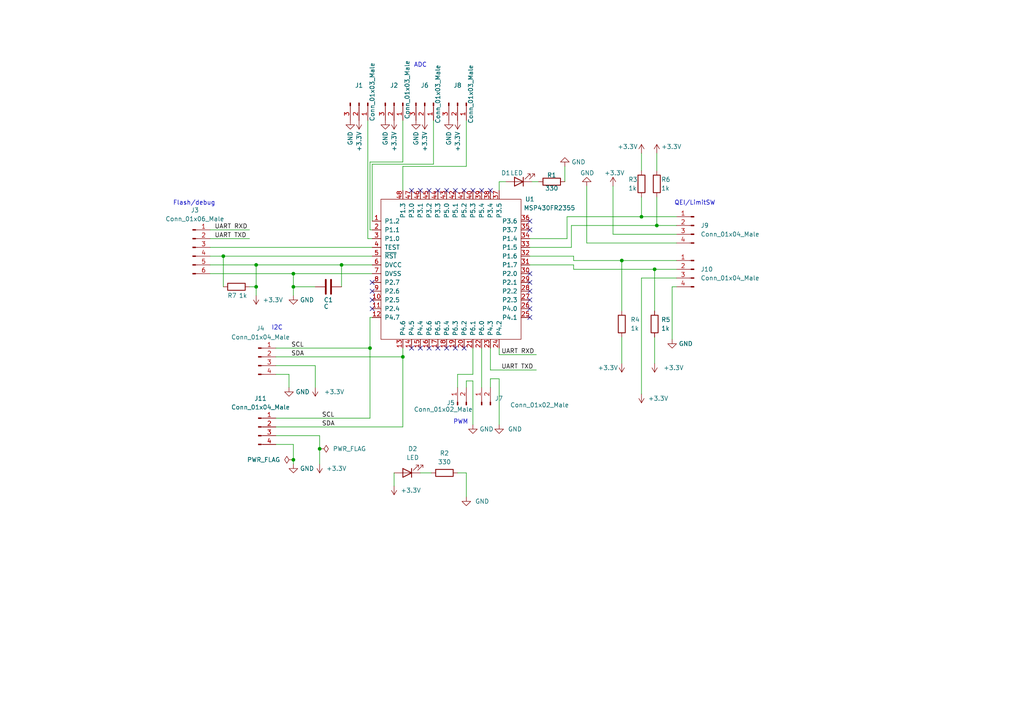
<source format=kicad_sch>
(kicad_sch (version 20211123) (generator eeschema)
  (paper "A4")
  (title_block (title "Remex") (date "2023-01-23") (rev "v4.0.0") (company "Montana Tech Robotics Club") (comment 1 "Author: Justin Bak"))
  (lib_symbols
    (symbol "Connector:Conn_01x02_Male" (pin_names (offset 1.016) hide)
      (property "Reference" "J" (at 0 2.54 0))
      (property "Value" "Conn_01x02_Male" (at 0 -5.08 0))
      (symbol "Conn_01x02_Male_1_1"
        (polyline (pts (xy 1.27 -2.54) (xy 0.8636 -2.54)) (stroke (width 0.1524)))
        (polyline (pts (xy 1.27 0) (xy 0.8636 0)) (stroke (width 0.1524)))
        (rectangle (start 0.8636 -2.413) (end 0 -2.667) (stroke (width 0.1524)) (fill (type outline)))
        (rectangle (start 0.8636 0.127) (end 0 -0.127) (stroke (width 0.1524)) (fill (type outline)))
        (pin passive line (at 5.08 0 180) (length 3.81) (name "Pin_1") (number "1"))
        (pin passive line (at 5.08 -2.54 180) (length 3.81) (name "Pin_2") (number "2"))
      )
    )
    (symbol "Connector:Conn_01x03_Male" (pin_names (offset 1.016) hide)
      (property "Reference" "J" (at 0 5.08 0))
      (property "Value" "Conn_01x03_Male" (at 0 -5.08 0))
      (symbol "Conn_01x03_Male_1_1"
        (polyline (pts (xy 1.27 -2.54) (xy 0.8636 -2.54)) (stroke (width 0.1524)))
        (polyline (pts (xy 1.27 0) (xy 0.8636 0)) (stroke (width 0.1524)))
        (polyline (pts (xy 1.27 2.54) (xy 0.8636 2.54)) (stroke (width 0.1524)))
        (rectangle (start 0.8636 -2.413) (end 0 -2.667) (stroke (width 0.1524)) (fill (type outline)))
        (rectangle (start 0.8636 0.127) (end 0 -0.127) (stroke (width 0.1524)) (fill (type outline)))
        (rectangle (start 0.8636 2.667) (end 0 2.413) (stroke (width 0.1524)) (fill (type outline)))
        (pin passive line (at 5.08 2.54 180) (length 3.81) (name "Pin_1") (number "1"))
        (pin passive line (at 5.08 0 180) (length 3.81) (name "Pin_2") (number "2"))
        (pin passive line (at 5.08 -2.54 180) (length 3.81) (name "Pin_3") (number "3"))
      )
    )
    (symbol "Connector:Conn_01x04_Male" (pin_names (offset 1.016) hide)
      (property "Reference" "J" (at 0 5.08 0))
      (property "Value" "Conn_01x04_Male" (at 0 -7.62 0))
      (symbol "Conn_01x04_Male_1_1"
        (polyline (pts (xy 1.27 -5.08) (xy 0.8636 -5.08)) (stroke (width 0.1524)))
        (polyline (pts (xy 1.27 -2.54) (xy 0.8636 -2.54)) (stroke (width 0.1524)))
        (polyline (pts (xy 1.27 0) (xy 0.8636 0)) (stroke (width 0.1524)))
        (polyline (pts (xy 1.27 2.54) (xy 0.8636 2.54)) (stroke (width 0.1524)))
        (rectangle (start 0.8636 -4.953) (end 0 -5.207) (stroke (width 0.1524)) (fill (type outline)))
        (rectangle (start 0.8636 -2.413) (end 0 -2.667) (stroke (width 0.1524)) (fill (type outline)))
        (rectangle (start 0.8636 0.127) (end 0 -0.127) (stroke (width 0.1524)) (fill (type outline)))
        (rectangle (start 0.8636 2.667) (end 0 2.413) (stroke (width 0.1524)) (fill (type outline)))
        (pin passive line (at 5.08 2.54 180) (length 3.81) (name "Pin_1") (number "1"))
        (pin passive line (at 5.08 0 180) (length 3.81) (name "Pin_2") (number "2"))
        (pin passive line (at 5.08 -2.54 180) (length 3.81) (name "Pin_3") (number "3"))
        (pin passive line (at 5.08 -5.08 180) (length 3.81) (name "Pin_4") (number "4"))
      )
    )
    (symbol "Connector:Conn_01x06_Male" (pin_names (offset 1.016) hide)
      (property "Reference" "J" (at 0 7.62 0))
      (property "Value" "Conn_01x06_Male" (at 0 -10.16 0))
      (symbol "Conn_01x06_Male_1_1"
        (polyline (pts (xy 1.27 -7.62) (xy 0.8636 -7.62)) (stroke (width 0.1524)))
        (polyline (pts (xy 1.27 -5.08) (xy 0.8636 -5.08)) (stroke (width 0.1524)))
        (polyline (pts (xy 1.27 -2.54) (xy 0.8636 -2.54)) (stroke (width 0.1524)))
        (polyline (pts (xy 1.27 0) (xy 0.8636 0)) (stroke (width 0.1524)))
        (polyline (pts (xy 1.27 2.54) (xy 0.8636 2.54)) (stroke (width 0.1524)))
        (polyline (pts (xy 1.27 5.08) (xy 0.8636 5.08)) (stroke (width 0.1524)))
        (rectangle (start 0.8636 -7.493) (end 0 -7.747) (stroke (width 0.1524)) (fill (type outline)))
        (rectangle (start 0.8636 -4.953) (end 0 -5.207) (stroke (width 0.1524)) (fill (type outline)))
        (rectangle (start 0.8636 -2.413) (end 0 -2.667) (stroke (width 0.1524)) (fill (type outline)))
        (rectangle (start 0.8636 0.127) (end 0 -0.127) (stroke (width 0.1524)) (fill (type outline)))
        (rectangle (start 0.8636 2.667) (end 0 2.413) (stroke (width 0.1524)) (fill (type outline)))
        (rectangle (start 0.8636 5.207) (end 0 4.953) (stroke (width 0.1524)) (fill (type outline)))
        (pin passive line (at 5.08 5.08 180) (length 3.81) (name "Pin_1") (number "1"))
        (pin passive line (at 5.08 2.54 180) (length 3.81) (name "Pin_2") (number "2"))
        (pin passive line (at 5.08 0 180) (length 3.81) (name "Pin_3") (number "3"))
        (pin passive line (at 5.08 -2.54 180) (length 3.81) (name "Pin_4") (number "4"))
        (pin passive line (at 5.08 -5.08 180) (length 3.81) (name "Pin_5") (number "5"))
        (pin passive line (at 5.08 -7.62 180) (length 3.81) (name "Pin_6") (number "6"))
      )
    )
    (symbol "Device:C" (pin_numbers hide) (pin_names (offset 0.254))
      (property "Reference" "C" (at 0.635 2.54 0))
      (property "Value" "C" (at 0.635 -2.54 0))
      (symbol "C_0_1"
        (polyline (pts (xy -2.032 -0.762) (xy 2.032 -0.762)) (stroke (width 0.508)))
        (polyline (pts (xy -2.032 0.762) (xy 2.032 0.762)) (stroke (width 0.508)))
      )
      (symbol "C_1_1"
        (pin passive line (at 0 3.81 270) (length 2.794) (name "~") (number "1"))
        (pin passive line (at 0 -3.81 90) (length 2.794) (name "~") (number "2"))
      )
    )
    (symbol "Device:LED" (pin_numbers hide) (pin_names (offset 1.016) hide)
      (property "Reference" "D" (at 0 2.54 0))
      (property "Value" "LED" (at 0 -2.54 0))
      (symbol "LED_0_1"
        (polyline (pts (xy -1.27 -1.27) (xy -1.27 1.27)) (stroke (width 0.254)))
        (polyline (pts (xy -1.27 0) (xy 1.27 0)))
        (polyline (pts (xy 1.27 -1.27) (xy 1.27 1.27) (xy -1.27 0) (xy 1.27 -1.27)) (stroke (width 0.254)))
        (polyline (pts (xy -3.048 -0.762) (xy -4.572 -2.286) (xy -3.81 -2.286) (xy -4.572 -2.286) (xy -4.572 -1.524)))
        (polyline (pts (xy -1.778 -0.762) (xy -3.302 -2.286) (xy -2.54 -2.286) (xy -3.302 -2.286) (xy -3.302 -1.524)))
      )
      (symbol "LED_1_1"
        (pin passive line (at -3.81 0 0) (length 2.54) (name "K") (number "1"))
        (pin passive line (at 3.81 0 180) (length 2.54) (name "A") (number "2"))
      )
    )
    (symbol "Device:R" (pin_numbers hide) (pin_names (offset 0))
      (property "Reference" "R" (at 2.032 0 90))
      (property "Value" "R" (at 0 0 90))
      (symbol "R_0_1"
        (rectangle (start -1.016 -2.54) (end 1.016 2.54) (stroke (width 0.254)))
      )
      (symbol "R_1_1"
        (pin passive line (at 0 3.81 270) (length 1.27) (name "~") (number "1"))
        (pin passive line (at 0 -3.81 90) (length 1.27) (name "~") (number "2"))
      )
    )
    (symbol "pirate_board:MSP430FR2355" (pin_names (offset 1.016))
      (property "Reference" "U" (at 0 3.81 0))
      (property "Value" "MSP430FR2355" (at 1.27 -3.81 0))
      (symbol "MSP430FR2355_0_1"
        (rectangle (start -20.32 20.32) (end 20.32 -20.32))
      )
      (symbol "MSP430FR2355_1_1"
        (pin input line (at -22.86 13.97 0) (length 2.54) (name "P1.2") (number "1"))
        (pin input line (at -22.86 -8.89 0) (length 2.54) (name "P2.5") (number "10"))
        (pin input line (at -22.86 -11.43 0) (length 2.54) (name "P2.4") (number "11"))
        (pin input line (at -22.86 -13.97 0) (length 2.54) (name "P4.7") (number "12"))
        (pin input line (at -13.97 -22.86 90) (length 2.54) (name "P4.6") (number "13"))
        (pin input line (at -11.43 -22.86 90) (length 2.54) (name "P4.5") (number "14"))
        (pin input line (at -8.89 -22.86 90) (length 2.54) (name "P4.4") (number "15"))
        (pin input line (at -6.35 -22.86 90) (length 2.54) (name "P6.6") (number "16"))
        (pin input line (at -3.81 -22.86 90) (length 2.54) (name "P6.5") (number "17"))
        (pin input line (at -1.27 -22.86 90) (length 2.54) (name "P6.4") (number "18"))
        (pin input line (at 1.27 -22.86 90) (length 2.54) (name "P6.3") (number "19"))
        (pin input line (at -22.86 11.43 0) (length 2.54) (name "P1.1") (number "2"))
        (pin input line (at 3.81 -22.86 90) (length 2.54) (name "P6.2") (number "20"))
        (pin input line (at 6.35 -22.86 90) (length 2.54) (name "P6.1") (number "21"))
        (pin input line (at 8.89 -22.86 90) (length 2.54) (name "P6.0") (number "22"))
        (pin input line (at 11.43 -22.86 90) (length 2.54) (name "P4.3") (number "23"))
        (pin input line (at 13.97 -22.86 90) (length 2.54) (name "P4.2") (number "24"))
        (pin input line (at 22.86 -13.97 180) (length 2.54) (name "P4.1") (number "25"))
        (pin input line (at 22.86 -11.43 180) (length 2.54) (name "P4.0") (number "26"))
        (pin input line (at 22.86 -8.89 180) (length 2.54) (name "P2.3") (number "27"))
        (pin input line (at 22.86 -6.35 180) (length 2.54) (name "P2.2") (number "28"))
        (pin input line (at 22.86 -3.81 180) (length 2.54) (name "P2.1") (number "29"))
        (pin input line (at -22.86 8.89 0) (length 2.54) (name "P1.0") (number "3"))
        (pin input line (at 22.86 -1.27 180) (length 2.54) (name "P2.0") (number "30"))
        (pin input line (at 22.86 1.27 180) (length 2.54) (name "P1.7") (number "31"))
        (pin input line (at 22.86 3.81 180) (length 2.54) (name "P1.6") (number "32"))
        (pin input line (at 22.86 6.35 180) (length 2.54) (name "P1.5") (number "33"))
        (pin input line (at 22.86 8.89 180) (length 2.54) (name "P1.4") (number "34"))
        (pin input line (at 22.86 11.43 180) (length 2.54) (name "P3.7") (number "35"))
        (pin input line (at 22.86 13.97 180) (length 2.54) (name "P3.6") (number "36"))
        (pin input line (at 13.97 22.86 270) (length 2.54) (name "P3.5") (number "37"))
        (pin input line (at 11.43 22.86 270) (length 2.54) (name "P3.4") (number "38"))
        (pin input line (at 8.89 22.86 270) (length 2.54) (name "P5.4") (number "39"))
        (pin input line (at -22.86 6.35 0) (length 2.54) (name "TEST") (number "4"))
        (pin input line (at 6.35 22.86 270) (length 2.54) (name "P5.3") (number "40"))
        (pin input line (at 3.81 22.86 270) (length 2.54) (name "P5.2") (number "41"))
        (pin input line (at 1.27 22.86 270) (length 2.54) (name "P5.1") (number "42"))
        (pin input line (at -1.27 22.86 270) (length 2.54) (name "P5.0") (number "43"))
        (pin input line (at -3.81 22.86 270) (length 2.54) (name "P3.3") (number "44"))
        (pin input line (at -6.35 22.86 270) (length 2.54) (name "P3.2") (number "45"))
        (pin input line (at -8.89 22.86 270) (length 2.54) (name "P3.1") (number "46"))
        (pin input line (at -11.43 22.86 270) (length 2.54) (name "P3.0") (number "47"))
        (pin input line (at -13.97 22.86 270) (length 2.54) (name "P1.3") (number "48"))
        (pin input line (at -22.86 3.81 0) (length 2.54) (name "~{RST}") (number "5"))
        (pin input line (at -22.86 1.27 0) (length 2.54) (name "DVCC") (number "6"))
        (pin input line (at -22.86 -1.27 0) (length 2.54) (name "DVSS") (number "7"))
        (pin input line (at -22.86 -3.81 0) (length 2.54) (name "P2.7") (number "8"))
        (pin input line (at -22.86 -6.35 0) (length 2.54) (name "P2.6") (number "9"))
      )
    )
    (symbol "power:+3.3V" (power) (pin_names (offset 0))
      (property "Value" "+3.3V" (at 0 3.556 0))
      (symbol "+3.3V_0_1"
        (polyline (pts (xy -0.762 1.27) (xy 0 2.54)))
        (polyline (pts (xy 0 0) (xy 0 2.54)))
        (polyline (pts (xy 0 2.54) (xy 0.762 1.27)))
      )
      (symbol "+3.3V_1_1"
        (pin power_in line (at 0 0 90) (length 0) hide (name "+3.3V") (number "1"))
      )
    )
    (symbol "power:GND" (power) (pin_names (offset 0))
      (property "Value" "GND" (at 0 -3.81 0))
      (symbol "GND_0_1"
        (polyline (pts (xy 0 0) (xy 0 -1.27) (xy 1.27 -1.27) (xy 0 -2.54) (xy -1.27 -1.27) (xy 0 -1.27)))
      )
      (symbol "GND_1_1"
        (pin power_in line (at 0 0 270) (length 0) hide (name "GND") (number "1"))
      )
    )
    (symbol "power:PWR_FLAG" (power) (pin_numbers hide) (pin_names (offset 0) hide)
      (property "Value" "PWR_FLAG" (at 0 3.81 0))
      (symbol "PWR_FLAG_0_0"
        (pin power_out line (at 0 0 90) (length 0) (name "pwr") (number "1"))
      )
      (symbol "PWR_FLAG_0_1"
        (polyline (pts (xy 0 0) (xy 0 1.27) (xy -1.016 1.905) (xy 0 2.54) (xy 1.016 1.905) (xy 0 1.27)))
      )
    )
  )
  (junction (at 180.34 75.565))
  (junction (at 190.5 65.405))
  (junction (at 189.865 78.105))
  (junction (at 85.09 133.35))
  (junction (at 107.315 100.965))
  (junction (at 116.84 103.505))
  (junction (at 186.055 62.865))
  (junction (at 99.06 76.835))
  (junction (at 85.09 79.375))
  (junction (at 74.295 83.185))
  (junction (at 74.295 76.835))
  (junction (at 92.71 130.175))
  (junction (at 64.77 74.295))
  (junction (at 85.09 83.185))
  (no_connect (at 137.16 55.245))
  (no_connect (at 107.95 89.535))
  (no_connect (at 153.67 66.675))
  (no_connect (at 107.95 81.915))
  (no_connect (at 132.08 55.245))
  (no_connect (at 107.95 84.455))
  (no_connect (at 127 100.965))
  (no_connect (at 134.62 55.245))
  (no_connect (at 121.92 100.965))
  (no_connect (at 121.92 55.245))
  (no_connect (at 139.7 55.245))
  (no_connect (at 153.67 86.995))
  (no_connect (at 119.38 55.245))
  (no_connect (at 134.62 100.965))
  (no_connect (at 153.67 89.535))
  (no_connect (at 107.95 86.995))
  (no_connect (at 153.67 79.375))
  (no_connect (at 129.54 100.965))
  (no_connect (at 124.46 55.245))
  (no_connect (at 153.67 64.135))
  (no_connect (at 129.54 55.245))
  (no_connect (at 119.38 100.965))
  (no_connect (at 132.08 100.965))
  (no_connect (at 124.46 100.965))
  (no_connect (at 142.24 55.245))
  (no_connect (at 153.67 84.455))
  (no_connect (at 153.67 81.915))
  (no_connect (at 127 55.245))
  (no_connect (at 153.67 92.075))
  (wire (pts (xy 144.78 100.965) (xy 144.78 102.87)))
  (wire (pts (xy 137.16 100.965) (xy 137.16 108.585)))
  (wire (pts (xy 107.315 100.965) (xy 107.315 92.075)))
  (wire (pts (xy 80.01 103.505) (xy 116.84 103.505)))
  (wire (pts (xy 72.39 83.185) (xy 74.295 83.185)))
  (wire (pts (xy 189.865 78.105) (xy 189.865 90.17)))
  (wire (pts (xy 60.96 71.755) (xy 107.95 71.755)))
  (wire (pts (xy 164.465 62.865) (xy 164.465 69.215)))
  (wire (pts (xy 190.5 65.405) (xy 196.215 65.405)))
  (wire (pts (xy 83.82 108.585) (xy 80.01 108.585)))
  (wire (pts (xy 107.95 69.215) (xy 106.68 69.215)))
  (wire (pts (xy 144.78 109.855) (xy 144.78 123.19)))
  (wire (pts (xy 132.715 137.16) (xy 135.255 137.16)))
  (wire (pts (xy 166.37 76.835) (xy 166.37 78.105)))
  (wire (pts (xy 85.09 79.375) (xy 85.09 83.185)))
  (wire (pts (xy 116.84 103.505) (xy 116.84 123.825)))
  (wire (pts (xy 80.01 106.045) (xy 91.44 106.045)))
  (wire (pts (xy 107.315 46.99) (xy 107.315 66.675)))
  (wire (pts (xy 116.84 46.99) (xy 107.315 46.99)))
  (wire (pts (xy 170.18 70.485) (xy 170.18 53.975)))
  (wire (pts (xy 137.16 110.49) (xy 137.16 123.19)))
  (wire (pts (xy 92.71 130.175) (xy 92.71 134.62)))
  (wire (pts (xy 186.055 44.45) (xy 186.055 49.53)))
  (wire (pts (xy 180.34 75.565) (xy 196.215 75.565)))
  (wire (pts (xy 107.315 66.675) (xy 107.95 66.675)))
  (wire (pts (xy 107.95 47.625) (xy 107.95 64.135)))
  (wire (pts (xy 60.96 76.835) (xy 74.295 76.835)))
  (wire (pts (xy 60.96 69.215) (xy 72.39 69.215)))
  (wire (pts (xy 142.24 109.855) (xy 144.78 109.855)))
  (wire (pts (xy 91.44 106.045) (xy 91.44 112.395)))
  (wire (pts (xy 180.34 75.565) (xy 180.34 90.17)))
  (wire (pts (xy 99.06 76.835) (xy 99.06 83.185)))
  (wire (pts (xy 60.96 79.375) (xy 85.09 79.375)))
  (wire (pts (xy 135.255 110.49) (xy 137.16 110.49)))
  (wire (pts (xy 186.055 80.645) (xy 186.055 114.3)))
  (wire (pts (xy 64.77 74.295) (xy 64.77 83.185)))
  (wire (pts (xy 142.24 112.395) (xy 142.24 109.855)))
  (wire (pts (xy 116.84 48.26) (xy 116.84 55.245)))
  (wire (pts (xy 99.06 76.835) (xy 107.95 76.835)))
  (wire (pts (xy 186.055 62.865) (xy 196.215 62.865)))
  (wire (pts (xy 107.315 121.285) (xy 107.315 100.965)))
  (wire (pts (xy 165.735 65.405) (xy 165.735 71.755)))
  (wire (pts (xy 180.34 97.79) (xy 180.34 105.41)))
  (wire (pts (xy 144.78 52.705) (xy 144.78 55.245)))
  (wire (pts (xy 189.865 97.79) (xy 189.865 105.41)))
  (wire (pts (xy 142.24 100.965) (xy 142.24 107.315)))
  (wire (pts (xy 165.735 71.755) (xy 153.67 71.755)))
  (wire (pts (xy 85.09 83.185) (xy 85.09 85.725)))
  (wire (pts (xy 85.09 83.185) (xy 91.44 83.185)))
  (wire (pts (xy 166.37 75.565) (xy 166.37 74.295)))
  (wire (pts (xy 125.73 47.625) (xy 107.95 47.625)))
  (wire (pts (xy 196.215 70.485) (xy 170.18 70.485)))
  (wire (pts (xy 106.68 34.925) (xy 106.68 69.215)))
  (wire (pts (xy 116.84 34.925) (xy 116.84 46.99)))
  (wire (pts (xy 196.215 67.945) (xy 177.8 67.945)))
  (wire (pts (xy 125.73 34.925) (xy 125.73 47.625)))
  (wire (pts (xy 190.5 44.45) (xy 190.5 49.53)))
  (wire (pts (xy 121.92 137.16) (xy 125.095 137.16)))
  (wire (pts (xy 163.83 48.26) (xy 163.83 52.705)))
  (wire (pts (xy 74.295 76.835) (xy 74.295 83.185)))
  (wire (pts (xy 80.01 121.285) (xy 107.315 121.285)))
  (wire (pts (xy 154.305 52.705) (xy 156.21 52.705)))
  (wire (pts (xy 85.09 128.905) (xy 85.09 133.35)))
  (wire (pts (xy 135.255 34.925) (xy 135.255 48.26)))
  (wire (pts (xy 166.37 74.295) (xy 153.67 74.295)))
  (wire (pts (xy 80.01 128.905) (xy 85.09 128.905)))
  (wire (pts (xy 74.295 76.835) (xy 99.06 76.835)))
  (wire (pts (xy 92.71 126.365) (xy 92.71 130.175)))
  (wire (pts (xy 135.255 137.16) (xy 135.255 144.145)))
  (wire (pts (xy 166.37 78.105) (xy 189.865 78.105)))
  (wire (pts (xy 164.465 62.865) (xy 186.055 62.865)))
  (wire (pts (xy 60.96 74.295) (xy 64.77 74.295)))
  (wire (pts (xy 132.715 108.585) (xy 132.715 112.395)))
  (wire (pts (xy 144.78 102.87) (xy 155.575 102.87)))
  (wire (pts (xy 165.735 65.405) (xy 190.5 65.405)))
  (wire (pts (xy 190.5 57.15) (xy 190.5 65.405)))
  (wire (pts (xy 194.945 83.185) (xy 194.945 98.425)))
  (wire (pts (xy 166.37 75.565) (xy 180.34 75.565)))
  (wire (pts (xy 114.3 137.16) (xy 114.3 140.97)))
  (wire (pts (xy 80.01 126.365) (xy 92.71 126.365)))
  (wire (pts (xy 177.8 67.945) (xy 177.8 53.975)))
  (wire (pts (xy 196.215 83.185) (xy 194.945 83.185)))
  (wire (pts (xy 83.82 112.395) (xy 83.82 108.585)))
  (wire (pts (xy 139.7 100.965) (xy 139.7 112.395)))
  (wire (pts (xy 80.01 100.965) (xy 107.315 100.965)))
  (wire (pts (xy 135.255 48.26) (xy 116.84 48.26)))
  (wire (pts (xy 137.16 108.585) (xy 132.715 108.585)))
  (wire (pts (xy 153.67 76.835) (xy 166.37 76.835)))
  (wire (pts (xy 146.685 52.705) (xy 144.78 52.705)))
  (wire (pts (xy 80.01 123.825) (xy 116.84 123.825)))
  (wire (pts (xy 135.255 112.395) (xy 135.255 110.49)))
  (wire (pts (xy 186.055 57.15) (xy 186.055 62.865)))
  (wire (pts (xy 74.295 83.185) (xy 74.295 85.725)))
  (wire (pts (xy 196.215 80.645) (xy 186.055 80.645)))
  (wire (pts (xy 85.09 79.375) (xy 107.95 79.375)))
  (wire (pts (xy 64.77 74.295) (xy 107.95 74.295)))
  (wire (pts (xy 60.96 66.675) (xy 72.39 66.675)))
  (wire (pts (xy 164.465 69.215) (xy 153.67 69.215)))
  (wire (pts (xy 142.24 107.315) (xy 155.575 107.315)))
  (wire (pts (xy 107.315 92.075) (xy 107.95 92.075)))
  (wire (pts (xy 116.84 100.965) (xy 116.84 103.505)))
  (wire (pts (xy 189.865 78.105) (xy 196.215 78.105)))
  (wire (pts (xy 85.09 133.35) (xy 85.09 134.62)))
  (text "ADC" (at 120.015 19.685 0) (effects (font (size 1.27 1.27)) (justify left bottom)))
  (text "QEI/LimitSW" (at 195.58 59.69 0) (effects (font (size 1.27 1.27)) (justify left bottom)))
  (text "PWM" (at 131.445 123.19 0) (effects (font (size 1.27 1.27)) (justify left bottom)))
  (text "I2C" (at 78.74 95.885 0) (effects (font (size 1.27 1.27)) (justify left bottom)))
  (text "Flash/debug" (at 50.165 59.69 0) (effects (font (size 1.27 1.27)) (justify left bottom)))
  (label "UART TXD" (at 145.415 107.315 0))
  (label "UART TXD" (at 62.23 69.215 0))
  (label "SCL" (at 84.455 100.965 0))
  (label "UART RXD" (at 62.23 66.675 0))
  (label "SDA" (at 93.345 123.825 0))
  (label "SCL" (at 93.345 121.285 0))
  (label "SDA" (at 84.455 103.505 0))
  (label "UART RXD" (at 145.415 102.87 0))
  (symbol (lib_id "Device:R") (at 68.58 83.185 90) (unit 1)
    (property "Reference" "R7" (at 67.31 85.725 90))
    (property "Value" "1k" (at 70.485 85.725 90))
    (property "Footprint" "Resistor_SMD:R_0603_1608Metric_Pad0.98x0.95mm_HandSolder" (effects hide))
  )
  (symbol (lib_id "power:GND") (at 83.82 112.395 0) (unit 1)
    (property "Reference" "#PWR04" (effects hide))
    (property "Value" "GND" (at 85.725 113.6649 0) (effects (justify left)))
  )
  (symbol (lib_id "Connector:Conn_01x03_Male") (at 132.715 29.845 270) (unit 1)
    (property "Reference" "J8" (at 132.715 24.765 90))
    (property "Value" "Conn_01x03_Male" (at 136.525 27.305 0))
    (property "Footprint" "Connector_Molex:Molex_PicoBlade_53261-0371_1x03-1MP_P1.25mm_Horizontal" (effects hide))
  )
  (symbol (lib_id "pirate_board:MSP430FR2355") (at 130.81 78.105 0) (unit 1)
    (property "Reference" "U1" (at 153.67 57.785 0))
    (property "Value" "MSP430FR2355" (at 159.385 60.325 0))
    (property "Footprint" "Package_QFP:LQFP-48_7x7mm_P0.5mm" (effects hide))
  )
  (symbol (lib_id "power:GND") (at 111.76 34.925 0) (unit 1)
    (property "Reference" "#PWR0106" (effects hide))
    (property "Value" "GND" (at 111.76 38.1 90) (effects (justify right)))
  )
  (symbol (lib_id "Device:R") (at 180.34 93.98 0) (unit 1)
    (property "Reference" "R4" (at 182.88 92.7099 0) (effects (justify left)))
    (property "Value" "1k" (at 182.88 95.2499 0) (effects (justify left)))
    (property "Footprint" "Resistor_SMD:R_0603_1608Metric_Pad0.98x0.95mm_HandSolder" (effects hide))
  )
  (symbol (lib_id "Device:R") (at 190.5 53.34 0) (unit 1)
    (property "Reference" "R6" (at 191.77 52.07 0) (effects (justify left)))
    (property "Value" "1k" (at 191.77 54.61 0) (effects (justify left)))
    (property "Footprint" "Resistor_SMD:R_0603_1608Metric_Pad0.98x0.95mm_HandSolder" (effects hide))
  )
  (symbol (lib_id "power:+3.3V") (at 92.71 134.62 180) (unit 1)
    (property "Reference" "#PWR08" (effects hide))
    (property "Value" "+3.3V" (at 94.615 135.8899 0) (effects (justify right)))
  )
  (symbol (lib_id "power:+3.3V") (at 104.14 34.925 180) (unit 1)
    (property "Reference" "#PWR0103" (effects hide))
    (property "Value" "+3.3V" (at 104.14 38.1 90) (effects (justify left)))
  )
  (symbol (lib_id "power:+3.3V") (at 132.715 34.925 180) (unit 1)
    (property "Reference" "#PWR0101" (effects hide))
    (property "Value" "+3.3V" (at 132.715 38.1 90) (effects (justify left)))
  )
  (symbol (lib_id "Device:R") (at 189.865 93.98 0) (unit 1)
    (property "Reference" "R5" (at 191.77 92.7099 0) (effects (justify left)))
    (property "Value" "1k" (at 191.77 95.2499 0) (effects (justify left)))
    (property "Footprint" "Resistor_SMD:R_0603_1608Metric_Pad0.98x0.95mm_HandSolder" (effects hide))
  )
  (symbol (lib_id "power:+3.3V") (at 123.19 34.925 180) (unit 1)
    (property "Reference" "#PWR0105" (effects hide))
    (property "Value" "+3.3V" (at 123.19 38.1 90) (effects (justify left)))
  )
  (symbol (lib_id "Connector:Conn_01x03_Male") (at 123.19 29.845 270) (unit 1)
    (property "Reference" "J6" (at 123.19 24.765 90))
    (property "Value" "Conn_01x03_Male" (at 127 27.305 0))
    (property "Footprint" "Connector_Molex:Molex_PicoBlade_53261-0371_1x03-1MP_P1.25mm_Horizontal" (effects hide))
  )
  (symbol (lib_id "power:GND") (at 101.6 34.925 0) (unit 1)
    (property "Reference" "#PWR0104" (effects hide))
    (property "Value" "GND" (at 101.6 38.1 90) (effects (justify right)))
  )
  (symbol (lib_id "Device:R") (at 160.02 52.705 90) (unit 1)
    (property "Reference" "R1" (at 160.02 50.8 90))
    (property "Value" "330" (at 160.02 54.61 90))
    (property "Footprint" "Resistor_SMD:R_0603_1608Metric_Pad0.98x0.95mm_HandSolder" (effects hide))
  )
  (symbol (lib_id "Connector:Conn_01x06_Male") (at 55.88 71.755 0) (unit 1)
    (property "Reference" "J3" (at 56.515 60.96 0))
    (property "Value" "Conn_01x06_Male" (at 56.515 63.5 0))
    (property "Footprint" "Connector_Molex:Molex_PicoBlade_53261-0671_1x06-1MP_P1.25mm_Horizontal" (effects hide))
  )
  (symbol (lib_id "Connector:Conn_01x02_Male") (at 132.715 117.475 90) (unit 1)
    (property "Reference" "J5" (at 129.54 116.84 90) (effects (justify right)))
    (property "Value" "Conn_01x02_Male" (at 120.015 118.745 90) (effects (justify right)))
    (property "Footprint" "Connector_Molex:Molex_PicoBlade_53261-0271_1x02-1MP_P1.25mm_Horizontal" (effects hide))
  )
  (symbol (lib_id "power:PWR_FLAG") (at 85.09 133.35 90) (unit 1)
    (property "Reference" "#FLG0101" (effects hide))
    (property "Value" "PWR_FLAG" (at 81.28 133.3499 90) (effects (justify left)))
  )
  (symbol (lib_id "power:+3.3V") (at 190.5 44.45 0) (unit 1)
    (property "Reference" "#PWR020" (effects hide))
    (property "Value" "+3.3V" (at 191.77 42.545 0) (effects (justify left)))
  )
  (symbol (lib_id "power:GND") (at 144.78 123.19 0) (unit 1)
    (property "Reference" "#PWR012" (effects hide))
    (property "Value" "GND" (at 147.32 124.4599 0) (effects (justify left)))
  )
  (symbol (lib_id "power:GND") (at 120.65 34.925 0) (unit 1)
    (property "Reference" "#PWR0108" (effects hide))
    (property "Value" "GND" (at 120.65 38.1 90) (effects (justify right)))
  )
  (symbol (lib_id "Connector:Conn_01x03_Male") (at 114.3 29.845 270) (unit 1)
    (property "Reference" "J2" (at 114.3 24.765 90))
    (property "Value" "Conn_01x03_Male" (at 118.11 26.035 0))
    (property "Footprint" "Connector_Molex:Molex_PicoBlade_53261-0371_1x03-1MP_P1.25mm_Horizontal" (effects hide))
  )
  (symbol (lib_id "Device:R") (at 186.055 53.34 0) (unit 1)
    (property "Reference" "R3" (at 182.245 52.07 0) (effects (justify left)))
    (property "Value" "1k" (at 182.245 54.61 0) (effects (justify left)))
    (property "Footprint" "Resistor_SMD:R_0603_1608Metric_Pad0.98x0.95mm_HandSolder" (effects hide))
  )
  (symbol (lib_id "Connector:Conn_01x03_Male") (at 104.14 29.845 270) (unit 1)
    (property "Reference" "J1" (at 104.14 24.765 90))
    (property "Value" "Conn_01x03_Male" (at 107.95 26.67 0))
    (property "Footprint" "Connector_Molex:Molex_PicoBlade_53261-0371_1x03-1MP_P1.25mm_Horizontal" (effects hide))
  )
  (symbol (lib_id "power:+3.3V") (at 114.3 34.925 180) (unit 1)
    (property "Reference" "#PWR0107" (effects hide))
    (property "Value" "+3.3V" (at 114.3 38.1 90) (effects (justify left)))
  )
  (symbol (lib_id "power:GND") (at 137.16 123.19 0) (unit 1)
    (property "Reference" "#PWR011" (effects hide))
    (property "Value" "GND" (at 139.065 124.4599 0) (effects (justify left)))
  )
  (symbol (lib_id "power:GND") (at 130.175 34.925 0) (unit 1)
    (property "Reference" "#PWR0102" (effects hide))
    (property "Value" "GND" (at 130.175 38.1 90) (effects (justify right)))
  )
  (symbol (lib_id "power:+3.3V") (at 186.055 114.3 180) (unit 1)
    (property "Reference" "#PWR018" (effects hide))
    (property "Value" "+3.3V" (at 187.96 115.5699 0) (effects (justify right)))
  )
  (symbol (lib_id "power:GND") (at 85.09 85.725 0) (unit 1)
    (property "Reference" "#PWR05" (effects hide))
    (property "Value" "GND" (at 86.995 86.9949 0) (effects (justify left)))
  )
  (symbol (lib_id "Connector:Conn_01x04_Male") (at 201.295 65.405 0) (mirror y) (unit 1)
    (property "Reference" "J9" (at 203.2 65.4049 0) (effects (justify right)))
    (property "Value" "Conn_01x04_Male" (at 203.2 67.9449 0) (effects (justify right)))
    (property "Footprint" "Connector_Molex:Molex_PicoBlade_53261-0471_1x04-1MP_P1.25mm_Horizontal" (effects hide))
  )
  (symbol (lib_id "power:+3.3V") (at 74.295 85.725 180) (unit 1)
    (property "Reference" "#PWR01" (effects hide))
    (property "Value" "+3.3V" (at 76.2 86.9949 0) (effects (justify right)))
  )
  (symbol (lib_id "power:+3.3V") (at 189.865 105.41 180) (unit 1)
    (property "Reference" "#PWR019" (effects hide))
    (property "Value" "+3.3V" (at 192.405 106.6799 0) (effects (justify right)))
  )
  (symbol (lib_id "Connector:Conn_01x04_Male") (at 201.295 78.105 0) (mirror y) (unit 1)
    (property "Reference" "J10" (at 203.2 78.1049 0) (effects (justify right)))
    (property "Value" "Conn_01x04_Male" (at 203.2 80.6449 0) (effects (justify right)))
    (property "Footprint" "Connector_Molex:Molex_PicoBlade_53261-0471_1x04-1MP_P1.25mm_Horizontal" (effects hide))
  )
  (symbol (lib_id "power:GND") (at 85.09 134.62 0) (unit 1)
    (property "Reference" "#PWR06" (effects hide))
    (property "Value" "GND" (at 86.995 135.8899 0) (effects (justify left)))
  )
  (symbol (lib_id "power:GND") (at 163.83 48.26 180) (unit 1)
    (property "Reference" "#PWR013" (effects hide))
    (property "Value" "GND" (at 165.735 46.9899 0) (effects (justify right)))
  )
  (symbol (lib_id "power:GND") (at 135.255 144.145 0) (unit 1)
    (property "Reference" "#PWR010" (effects hide))
    (property "Value" "GND" (at 137.795 145.4149 0) (effects (justify left)))
  )
  (symbol (lib_id "Device:LED") (at 118.11 137.16 180) (unit 1)
    (property "Reference" "D2" (at 119.6975 130.175 0))
    (property "Value" "LED" (at 119.6975 132.715 0))
    (property "Footprint" "LED_SMD:LED_0603_1608Metric_Pad1.05x0.95mm_HandSolder" (effects hide))
  )
  (symbol (lib_id "power:+3.3V") (at 186.055 44.45 0) (unit 1)
    (property "Reference" "#PWR017" (effects hide))
    (property "Value" "+3.3V" (at 179.07 42.545 0) (effects (justify left)))
  )
  (symbol (lib_id "Connector:Conn_01x04_Male") (at 74.93 123.825 0) (unit 1)
    (property "Reference" "J11" (at 75.565 115.57 0))
    (property "Value" "Conn_01x04_Male" (at 75.565 118.11 0))
    (property "Footprint" "Connector_JST:JST_SH_SM04B-SRSS-TB_1x04-1MP_P1.00mm_Horizontal" (effects hide))
  )
  (symbol (lib_id "power:+3.3V") (at 180.34 105.41 180) (unit 1)
    (property "Reference" "#PWR016" (effects hide))
    (property "Value" "+3.3V" (at 173.355 106.68 0) (effects (justify right)))
  )
  (symbol (lib_id "power:+3.3V") (at 114.3 140.97 180) (unit 1)
    (property "Reference" "#PWR09" (effects hide))
    (property "Value" "+3.3V" (at 116.205 142.2399 0) (effects (justify right)))
  )
  (symbol (lib_id "power:+3.3V") (at 177.8 53.975 0) (unit 1)
    (property "Reference" "#PWR015" (effects hide))
    (property "Value" "+3.3V" (at 175.26 50.165 0) (effects (justify left)))
  )
  (symbol (lib_id "power:GND") (at 194.945 98.425 0) (unit 1)
    (property "Reference" "#PWR021" (effects hide))
    (property "Value" "GND" (at 196.85 99.6949 0) (effects (justify left)))
  )
  (symbol (lib_id "power:GND") (at 170.18 53.975 180) (unit 1)
    (property "Reference" "#PWR014" (effects hide))
    (property "Value" "GND" (at 168.275 50.165 0) (effects (justify right)))
  )
  (symbol (lib_id "power:+3.3V") (at 91.44 112.395 180) (unit 1)
    (property "Reference" "#PWR07" (effects hide))
    (property "Value" "+3.3V" (at 93.98 113.6649 0) (effects (justify right)))
  )
  (symbol (lib_id "Device:R") (at 128.905 137.16 90) (unit 1)
    (property "Reference" "R2" (at 128.905 131.445 90))
    (property "Value" "330" (at 128.905 133.985 90))
    (property "Footprint" "Resistor_SMD:R_0603_1608Metric_Pad0.98x0.95mm_HandSolder" (effects hide))
  )
  (symbol (lib_id "power:PWR_FLAG") (at 92.71 130.175 270) (unit 1)
    (property "Reference" "#FLG0102" (effects hide))
    (property "Value" "PWR_FLAG" (at 96.52 130.1749 90) (effects (justify left)))
  )
  (symbol (lib_id "Device:LED") (at 150.495 52.705 180) (unit 1)
    (property "Reference" "D1" (at 146.685 50.165 0))
    (property "Value" "LED" (at 149.86 50.165 0))
    (property "Footprint" "LED_SMD:LED_0603_1608Metric_Pad1.05x0.95mm_HandSolder" (effects hide))
  )
  (symbol (lib_id "Device:C") (at 95.25 83.185 270) (unit 1)
    (property "Reference" "C1" (at 95.25 86.995 90))
    (property "Value" "C" (at 94.615 88.9 90))
    (property "Footprint" "Resistor_SMD:R_0603_1608Metric_Pad0.98x0.95mm_HandSolder" (effects hide))
  )
  (symbol (lib_id "Connector:Conn_01x02_Male") (at 139.7 117.475 90) (unit 1)
    (property "Reference" "J7" (at 143.51 115.5699 90) (effects (justify right)))
    (property "Value" "Conn_01x02_Male" (at 147.955 117.475 90) (effects (justify right)))
    (property "Footprint" "Connector_Molex:Molex_PicoBlade_53261-0271_1x02-1MP_P1.25mm_Horizontal" (effects hide))
  )
  (symbol (lib_id "Connector:Conn_01x04_Male") (at 74.93 103.505 0) (unit 1)
    (property "Reference" "J4" (at 75.565 95.25 0))
    (property "Value" "Conn_01x04_Male" (at 75.565 97.79 0))
    (property "Footprint" "Connector_JST:JST_SH_SM04B-SRSS-TB_1x04-1MP_P1.00mm_Horizontal" (effects hide))
  )
)
</source>
